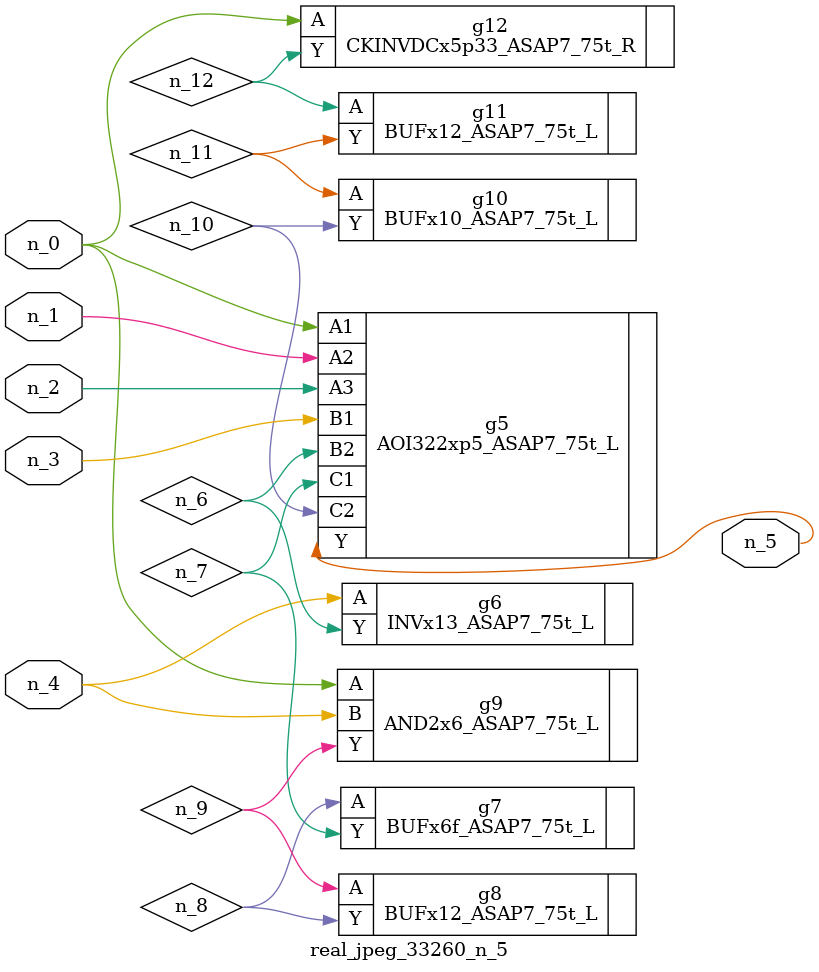
<source format=v>
module real_jpeg_33260_n_5 (n_4, n_0, n_1, n_2, n_3, n_5);

input n_4;
input n_0;
input n_1;
input n_2;
input n_3;

output n_5;

wire n_12;
wire n_8;
wire n_11;
wire n_6;
wire n_7;
wire n_10;
wire n_9;

AOI322xp5_ASAP7_75t_L g5 ( 
.A1(n_0),
.A2(n_1),
.A3(n_2),
.B1(n_3),
.B2(n_6),
.C1(n_7),
.C2(n_10),
.Y(n_5)
);

AND2x6_ASAP7_75t_L g9 ( 
.A(n_0),
.B(n_4),
.Y(n_9)
);

CKINVDCx5p33_ASAP7_75t_R g12 ( 
.A(n_0),
.Y(n_12)
);

INVx13_ASAP7_75t_L g6 ( 
.A(n_4),
.Y(n_6)
);

BUFx6f_ASAP7_75t_L g7 ( 
.A(n_8),
.Y(n_7)
);

BUFx12_ASAP7_75t_L g8 ( 
.A(n_9),
.Y(n_8)
);

BUFx10_ASAP7_75t_L g10 ( 
.A(n_11),
.Y(n_10)
);

BUFx12_ASAP7_75t_L g11 ( 
.A(n_12),
.Y(n_11)
);


endmodule
</source>
